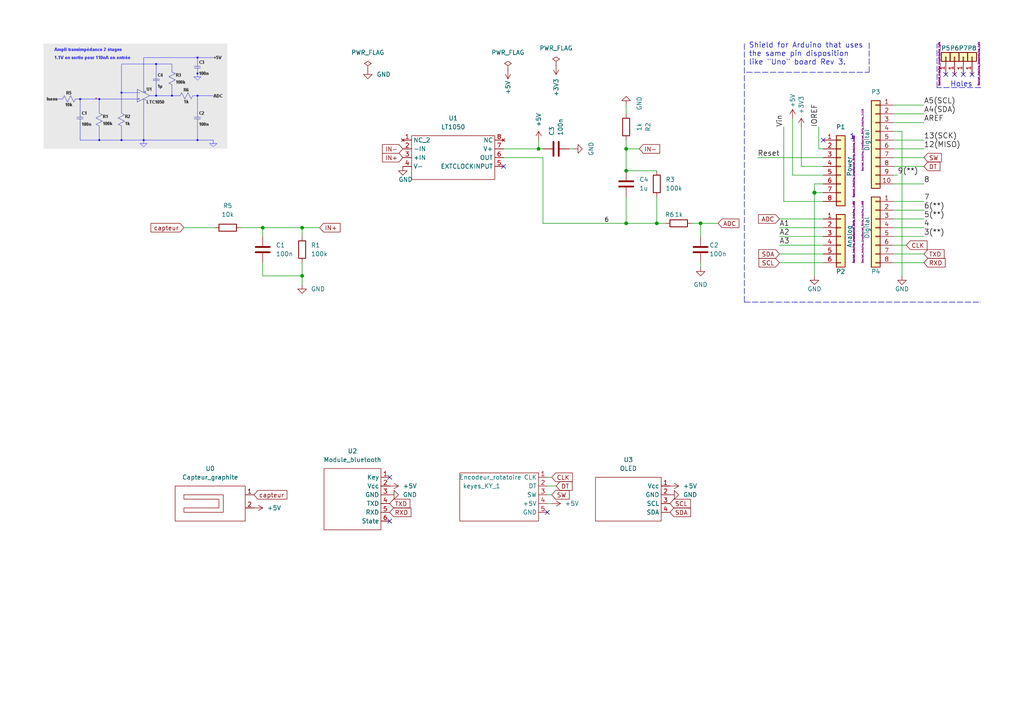
<source format=kicad_sch>
(kicad_sch (version 20211123) (generator eeschema)
  (paper "A4")
  (title_block (date "lun. 30 mars 2015"))
  (lib_symbols
    (symbol "Capteur_graphite_1"
      (property "Reference" "U" (at -1.27 2.54 0))
      (property "Value" "Capteur_graphite_1" (at -1.27 5.08 0))
      (symbol "Capteur_graphite_1_0_1"
        (polyline (pts (xy -10.16 -1.27) (xy -1.27 -1.27)))
        (polyline (pts (xy -12.7 1.27) (xy 7.62 1.27) (xy 7.62 -8.89) (xy -12.7 -8.89) (xy -12.7 1.27)))
        (polyline (pts (xy -1.27 -1.27) (xy 1.27 -1.27) (xy 1.27 -6.35) (xy -10.16 -6.35) (xy -10.16 -5.08) (xy 0 -5.08) (xy 0 -2.54) (xy -10.16 -2.54) (xy -10.16 -1.27)))
      )
      (symbol "Capteur_graphite_1_1_1"
        (pin input line (at 10.16 -1.27 180) (length 2.54) (name "") (number "1"))
        (pin power_in line (at 10.16 -5.08 180) (length 2.54) (name "") (number "2"))
      )
    )
    (symbol "Connector_Generic:Conn_01x01" (pin_names (offset 1.016) hide)
      (property "Reference" "J" (at 0 2.54 0))
      (property "Value" "Conn_01x01" (at 0 -2.54 0))
      (symbol "Conn_01x01_1_1"
        (rectangle (start -1.27 0.127) (end 0 -0.127) (stroke (width 0.1524)))
        (rectangle (start -1.27 1.27) (end 1.27 -1.27) (stroke (width 0.254)) (fill (type background)))
        (pin passive line (at -5.08 0 0) (length 3.81) (name "Pin_1") (number "1"))
      )
    )
    (symbol "Connector_Generic:Conn_01x06" (pin_names (offset 1.016) hide)
      (property "Reference" "J" (at 0 7.62 0))
      (property "Value" "Conn_01x06" (at 0 -10.16 0))
      (symbol "Conn_01x06_1_1"
        (rectangle (start -1.27 -7.493) (end 0 -7.747) (stroke (width 0.1524)))
        (rectangle (start -1.27 -4.953) (end 0 -5.207) (stroke (width 0.1524)))
        (rectangle (start -1.27 -2.413) (end 0 -2.667) (stroke (width 0.1524)))
        (rectangle (start -1.27 0.127) (end 0 -0.127) (stroke (width 0.1524)))
        (rectangle (start -1.27 2.667) (end 0 2.413) (stroke (width 0.1524)))
        (rectangle (start -1.27 5.207) (end 0 4.953) (stroke (width 0.1524)))
        (rectangle (start -1.27 6.35) (end 1.27 -8.89) (stroke (width 0.254)) (fill (type background)))
        (pin passive line (at -5.08 5.08 0) (length 3.81) (name "Pin_1") (number "1"))
        (pin passive line (at -5.08 2.54 0) (length 3.81) (name "Pin_2") (number "2"))
        (pin passive line (at -5.08 0 0) (length 3.81) (name "Pin_3") (number "3"))
        (pin passive line (at -5.08 -2.54 0) (length 3.81) (name "Pin_4") (number "4"))
        (pin passive line (at -5.08 -5.08 0) (length 3.81) (name "Pin_5") (number "5"))
        (pin passive line (at -5.08 -7.62 0) (length 3.81) (name "Pin_6") (number "6"))
      )
    )
    (symbol "Connector_Generic:Conn_01x08" (pin_names (offset 1.016) hide)
      (property "Reference" "J" (at 0 10.16 0))
      (property "Value" "Conn_01x08" (at 0 -12.7 0))
      (symbol "Conn_01x08_1_1"
        (rectangle (start -1.27 -10.033) (end 0 -10.287) (stroke (width 0.1524)))
        (rectangle (start -1.27 -7.493) (end 0 -7.747) (stroke (width 0.1524)))
        (rectangle (start -1.27 -4.953) (end 0 -5.207) (stroke (width 0.1524)))
        (rectangle (start -1.27 -2.413) (end 0 -2.667) (stroke (width 0.1524)))
        (rectangle (start -1.27 0.127) (end 0 -0.127) (stroke (width 0.1524)))
        (rectangle (start -1.27 2.667) (end 0 2.413) (stroke (width 0.1524)))
        (rectangle (start -1.27 5.207) (end 0 4.953) (stroke (width 0.1524)))
        (rectangle (start -1.27 7.747) (end 0 7.493) (stroke (width 0.1524)))
        (rectangle (start -1.27 8.89) (end 1.27 -11.43) (stroke (width 0.254)) (fill (type background)))
        (pin passive line (at -5.08 7.62 0) (length 3.81) (name "Pin_1") (number "1"))
        (pin passive line (at -5.08 5.08 0) (length 3.81) (name "Pin_2") (number "2"))
        (pin passive line (at -5.08 2.54 0) (length 3.81) (name "Pin_3") (number "3"))
        (pin passive line (at -5.08 0 0) (length 3.81) (name "Pin_4") (number "4"))
        (pin passive line (at -5.08 -2.54 0) (length 3.81) (name "Pin_5") (number "5"))
        (pin passive line (at -5.08 -5.08 0) (length 3.81) (name "Pin_6") (number "6"))
        (pin passive line (at -5.08 -7.62 0) (length 3.81) (name "Pin_7") (number "7"))
        (pin passive line (at -5.08 -10.16 0) (length 3.81) (name "Pin_8") (number "8"))
      )
    )
    (symbol "Connector_Generic:Conn_01x10" (pin_names (offset 1.016) hide)
      (property "Reference" "J" (at 0 12.7 0))
      (property "Value" "Conn_01x10" (at 0 -15.24 0))
      (symbol "Conn_01x10_1_1"
        (rectangle (start -1.27 -12.573) (end 0 -12.827) (stroke (width 0.1524)))
        (rectangle (start -1.27 -10.033) (end 0 -10.287) (stroke (width 0.1524)))
        (rectangle (start -1.27 -7.493) (end 0 -7.747) (stroke (width 0.1524)))
        (rectangle (start -1.27 -4.953) (end 0 -5.207) (stroke (width 0.1524)))
        (rectangle (start -1.27 -2.413) (end 0 -2.667) (stroke (width 0.1524)))
        (rectangle (start -1.27 0.127) (end 0 -0.127) (stroke (width 0.1524)))
        (rectangle (start -1.27 2.667) (end 0 2.413) (stroke (width 0.1524)))
        (rectangle (start -1.27 5.207) (end 0 4.953) (stroke (width 0.1524)))
        (rectangle (start -1.27 7.747) (end 0 7.493) (stroke (width 0.1524)))
        (rectangle (start -1.27 10.287) (end 0 10.033) (stroke (width 0.1524)))
        (rectangle (start -1.27 11.43) (end 1.27 -13.97) (stroke (width 0.254)) (fill (type background)))
        (pin passive line (at -5.08 10.16 0) (length 3.81) (name "Pin_1") (number "1"))
        (pin passive line (at -5.08 -12.7 0) (length 3.81) (name "Pin_10") (number "10"))
        (pin passive line (at -5.08 7.62 0) (length 3.81) (name "Pin_2") (number "2"))
        (pin passive line (at -5.08 5.08 0) (length 3.81) (name "Pin_3") (number "3"))
        (pin passive line (at -5.08 2.54 0) (length 3.81) (name "Pin_4") (number "4"))
        (pin passive line (at -5.08 0 0) (length 3.81) (name "Pin_5") (number "5"))
        (pin passive line (at -5.08 -2.54 0) (length 3.81) (name "Pin_6") (number "6"))
        (pin passive line (at -5.08 -5.08 0) (length 3.81) (name "Pin_7") (number "7"))
        (pin passive line (at -5.08 -7.62 0) (length 3.81) (name "Pin_8") (number "8"))
        (pin passive line (at -5.08 -10.16 0) (length 3.81) (name "Pin_9") (number "9"))
      )
    )
    (symbol "Device:C" (pin_numbers hide) (pin_names (offset 0.254))
      (property "Reference" "C" (at 0.635 2.54 0))
      (property "Value" "C" (at 0.635 -2.54 0))
      (symbol "C_0_1"
        (polyline (pts (xy -2.032 -0.762) (xy 2.032 -0.762)) (stroke (width 0.508)))
        (polyline (pts (xy -2.032 0.762) (xy 2.032 0.762)) (stroke (width 0.508)))
      )
      (symbol "C_1_1"
        (pin passive line (at 0 3.81 270) (length 2.794) (name "~") (number "1"))
        (pin passive line (at 0 -3.81 90) (length 2.794) (name "~") (number "2"))
      )
    )
    (symbol "Device:R" (pin_numbers hide) (pin_names (offset 0))
      (property "Reference" "R" (at 2.032 0 90))
      (property "Value" "R" (at 0 0 90))
      (symbol "R_0_1"
        (rectangle (start -1.016 -2.54) (end 1.016 2.54) (stroke (width 0.254)))
      )
      (symbol "R_1_1"
        (pin passive line (at 0 3.81 270) (length 1.27) (name "~") (number "1"))
        (pin passive line (at 0 -3.81 90) (length 1.27) (name "~") (number "2"))
      )
    )
    (symbol "Module_bluetooth_1"
      (property "Reference" "U" (at 0 6.35 0))
      (property "Value" "Module_bluetooth_1" (at 0 3.81 0))
      (symbol "Module_bluetooth_1_0_1"
        (polyline (pts (xy -8.89 2.54) (xy 7.62 2.54) (xy 7.62 -15.24) (xy -8.89 -15.24) (xy -8.89 2.54)))
      )
      (symbol "Module_bluetooth_1_1_1"
        (pin passive line (at 10.16 0 180) (length 2.54) (name "Key") (number "1"))
        (pin power_in line (at 10.16 -2.54 180) (length 2.54) (name "Vcc") (number "2"))
        (pin power_in line (at 10.16 -5.08 180) (length 2.54) (name "GND") (number "3"))
        (pin passive line (at 10.16 -7.62 180) (length 2.54) (name "TXD") (number "4"))
        (pin passive line (at 10.16 -10.16 180) (length 2.54) (name "RXD") (number "5"))
        (pin passive line (at 10.16 -12.7 180) (length 2.54) (name "State") (number "6"))
      )
    )
    (symbol "OLED_1"
      (property "Reference" "U" (at -2.54 3.81 0))
      (property "Value" "OLED_1" (at -2.54 6.35 0))
      (symbol "OLED_1_0_1"
        (polyline (pts (xy -12.7 2.54) (xy 6.35 2.54) (xy 6.35 -10.16) (xy -12.7 -10.16) (xy -12.7 2.54)))
      )
      (symbol "OLED_1_1_1"
        (pin power_in line (at 8.89 0 180) (length 2.54) (name "Vcc") (number "1"))
        (pin input line (at 8.89 -2.54 180) (length 2.54) (name "GND") (number "2"))
        (pin passive line (at 8.89 -5.08 180) (length 2.54) (name "SCL") (number "3"))
        (pin passive line (at 8.89 -7.62 180) (length 2.54) (name "SDA") (number "4"))
      )
    )
    (symbol "librairie_composant:Encodeur_rotatoire"
      (property "Reference" "keyes_KY_040" (at -13.97 -3.81 0))
      (property "Value" "Encodeur_rotatoire" (at -12.7 -1.27 0))
      (symbol "Encodeur_rotatoire_0_1"
        (polyline (pts (xy -15.24 1.27) (xy 1.27 1.27)))
        (polyline (pts (xy 1.27 1.27) (xy 1.27 -12.7) (xy -21.59 -12.7) (xy -21.59 1.27) (xy -15.24 1.27)))
      )
      (symbol "Encodeur_rotatoire_1_1"
        (pin passive line (at 3.81 0 180) (length 2.54) (name "CLK") (number "1"))
        (pin passive line (at 3.81 -2.54 180) (length 2.54) (name "DT") (number "2"))
        (pin passive line (at 3.81 -5.08 180) (length 2.54) (name "SW") (number "3"))
        (pin power_in line (at 3.81 -7.62 180) (length 2.54) (name "+5V") (number "4"))
        (pin power_in line (at 3.81 -10.16 180) (length 2.54) (name "GND") (number "5"))
      )
    )
    (symbol "librairie_composant:LT1050"
      (property "Reference" "U" (at 0 3.81 0))
      (property "Value" "LT1050" (at 0 5.08 0))
      (symbol "LT1050_0_1"
        (polyline (pts (xy -15.24 1.27) (xy 8.89 1.27) (xy 8.89 -11.43) (xy -15.24 -11.43) (xy -15.24 1.27)))
      )
      (symbol "LT1050_1_1"
        (pin no_connect line (at -17.78 0 0) (length 2.54) (name "NC_2") (number "1"))
        (pin input line (at -17.78 -2.54 0) (length 2.54) (name "-IN") (number "2"))
        (pin input line (at -17.78 -5.08 0) (length 2.54) (name "+IN") (number "3"))
        (pin power_in line (at -17.78 -7.62 0) (length 2.54) (name "V-") (number "4"))
        (pin input line (at 11.43 -7.62 180) (length 2.54) (name "EXTCLOCKINPUT") (number "5"))
        (pin output line (at 11.43 -5.08 180) (length 2.54) (name "OUT") (number "6"))
        (pin power_in line (at 11.43 -2.54 180) (length 2.54) (name "V+") (number "7"))
        (pin no_connect line (at 11.43 0 180) (length 2.54) (name "NC") (number "8"))
      )
    )
    (symbol "power:+3.3V" (power) (pin_names (offset 0))
      (property "Value" "+3.3V" (at 0 3.556 0))
      (symbol "+3.3V_0_1"
        (polyline (pts (xy -0.762 1.27) (xy 0 2.54)))
        (polyline (pts (xy 0 0) (xy 0 2.54)))
        (polyline (pts (xy 0 2.54) (xy 0.762 1.27)))
      )
      (symbol "+3.3V_1_1"
        (pin power_in line (at 0 0 90) (length 0) hide (name "+3V3") (number "1"))
      )
    )
    (symbol "power:+5V" (power) (pin_names (offset 0))
      (property "Value" "+5V" (at 0 3.556 0))
      (symbol "+5V_0_1"
        (polyline (pts (xy -0.762 1.27) (xy 0 2.54)))
        (polyline (pts (xy 0 0) (xy 0 2.54)))
        (polyline (pts (xy 0 2.54) (xy 0.762 1.27)))
      )
      (symbol "+5V_1_1"
        (pin power_in line (at 0 0 90) (length 0) hide (name "+5V") (number "1"))
      )
    )
    (symbol "power:GND" (power) (pin_names (offset 0))
      (property "Value" "GND" (at 0 -3.81 0))
      (symbol "GND_0_1"
        (polyline (pts (xy 0 0) (xy 0 -1.27) (xy 1.27 -1.27) (xy 0 -2.54) (xy -1.27 -1.27) (xy 0 -1.27)))
      )
      (symbol "GND_1_1"
        (pin power_in line (at 0 0 270) (length 0) hide (name "GND") (number "1"))
      )
    )
    (symbol "power:PWR_FLAG" (power) (pin_numbers hide) (pin_names (offset 0) hide)
      (property "Value" "PWR_FLAG" (at 0 3.81 0))
      (symbol "PWR_FLAG_0_0"
        (pin power_out line (at 0 0 90) (length 0) (name "pwr") (number "1"))
      )
      (symbol "PWR_FLAG_0_1"
        (polyline (pts (xy 0 0) (xy 0 1.27) (xy -1.016 1.905) (xy 0 2.54) (xy 1.016 1.905) (xy 0 1.27)))
      )
    )
  )
  (junction (at 181.61 64.77))
  (junction (at 181.61 49.53))
  (junction (at 87.63 80.01))
  (junction (at 87.63 66.04))
  (junction (at 181.61 43.18))
  (junction (at 156.21 43.18))
  (junction (at 236.22 55.88) (diameter 1.016))
  (junction (at 190.5 64.77))
  (junction (at 76.2 66.04))
  (junction (at 203.2 64.77))
  (no_connect (at 279.4 21.59))
  (no_connect (at 274.32 21.59))
  (no_connect (at 146.05 48.26))
  (no_connect (at 113.03 151.13))
  (no_connect (at 276.86 21.59))
  (no_connect (at 158.75 148.59))
  (no_connect (at 281.94 21.59))
  (no_connect (at 238.76 40.64))
  (no_connect (at 113.03 138.43))
  (wire (pts (xy 238.76 48.26) (xy 232.41 48.26)))
  (wire (pts (xy 238.76 71.12) (xy 226.06 71.12)))
  (wire (pts (xy 181.61 57.15) (xy 181.61 64.77)))
  (polyline (pts (xy 252.095 20.955) (xy 252.095 12.065)) (stroke (width 0) (type dash)))
  (wire (pts (xy 76.2 76.2) (xy 76.2 80.01)))
  (wire (pts (xy 259.08 63.5) (xy 267.97 63.5)))
  (wire (pts (xy 203.2 76.2) (xy 203.2 77.47)))
  (wire (pts (xy 259.08 50.8) (xy 260.35 50.8)))
  (wire (pts (xy 236.22 53.34) (xy 236.22 55.88)))
  (wire (pts (xy 156.21 43.18) (xy 157.48 43.18)))
  (wire (pts (xy 259.08 43.18) (xy 267.97 43.18)))
  (wire (pts (xy 261.62 38.1) (xy 261.62 80.01)))
  (wire (pts (xy 238.76 53.34) (xy 236.22 53.34)))
  (wire (pts (xy 200.66 64.77) (xy 203.2 64.77)))
  (wire (pts (xy 259.08 53.34) (xy 267.97 53.34)))
  (wire (pts (xy 146.05 43.18) (xy 156.21 43.18)))
  (wire (pts (xy 237.49 43.18) (xy 238.76 43.18)))
  (wire (pts (xy 190.5 57.15) (xy 190.5 64.77)))
  (wire (pts (xy 238.76 50.8) (xy 229.87 50.8)))
  (wire (pts (xy 87.63 66.04) (xy 92.71 66.04)))
  (wire (pts (xy 161.29 140.97) (xy 158.75 140.97)))
  (wire (pts (xy 203.2 64.77) (xy 208.28 64.77)))
  (wire (pts (xy 259.08 40.64) (xy 267.97 40.64)))
  (wire (pts (xy 165.1 43.18) (xy 166.37 43.18)))
  (wire (pts (xy 259.08 58.42) (xy 267.97 58.42)))
  (wire (pts (xy 238.76 66.04) (xy 226.06 66.04)))
  (wire (pts (xy 185.42 43.18) (xy 181.61 43.18)))
  (wire (pts (xy 203.2 64.77) (xy 203.2 68.58)))
  (wire (pts (xy 259.08 30.48) (xy 267.97 30.48)))
  (wire (pts (xy 160.02 143.51) (xy 158.75 143.51)))
  (wire (pts (xy 259.08 71.12) (xy 262.89 71.12)))
  (wire (pts (xy 146.05 45.72) (xy 157.48 45.72)))
  (wire (pts (xy 190.5 64.77) (xy 181.61 64.77)))
  (wire (pts (xy 190.5 64.77) (xy 193.04 64.77)))
  (wire (pts (xy 238.76 58.42) (xy 227.33 58.42)))
  (wire (pts (xy 160.02 146.05) (xy 158.75 146.05)))
  (wire (pts (xy 181.61 40.64) (xy 181.61 43.18)))
  (wire (pts (xy 238.76 63.5) (xy 226.06 63.5)))
  (wire (pts (xy 181.61 49.53) (xy 190.5 49.53)))
  (wire (pts (xy 157.48 64.77) (xy 181.61 64.77)))
  (wire (pts (xy 87.63 80.01) (xy 87.63 82.55)))
  (wire (pts (xy 259.08 45.72) (xy 267.97 45.72)))
  (wire (pts (xy 238.76 73.66) (xy 226.06 73.66)))
  (polyline (pts (xy 284.48 25.4) (xy 271.78 25.4)) (stroke (width 0) (type dash)))
  (wire (pts (xy 181.61 30.48) (xy 181.61 33.02)))
  (wire (pts (xy 238.76 45.72) (xy 219.71 45.72)))
  (wire (pts (xy 259.08 38.1) (xy 261.62 38.1)))
  (wire (pts (xy 238.76 55.88) (xy 236.22 55.88)))
  (wire (pts (xy 69.85 66.04) (xy 76.2 66.04)))
  (wire (pts (xy 236.22 55.88) (xy 236.22 80.01)))
  (wire (pts (xy 227.33 58.42) (xy 227.33 36.83)))
  (polyline (pts (xy 215.9 87.63) (xy 284.48 87.63)) (stroke (width 0) (type dash)))
  (wire (pts (xy 259.08 68.58) (xy 267.97 68.58)))
  (wire (pts (xy 238.76 76.2) (xy 226.06 76.2)))
  (wire (pts (xy 156.21 43.18) (xy 156.21 40.64)))
  (wire (pts (xy 259.08 73.66) (xy 267.97 73.66)))
  (polyline (pts (xy 271.78 25.4) (xy 271.78 12.7)) (stroke (width 0) (type dash)))
  (wire (pts (xy 259.08 60.96) (xy 267.97 60.96)))
  (wire (pts (xy 87.63 76.2) (xy 87.63 80.01)))
  (wire (pts (xy 229.87 50.8) (xy 229.87 34.29)))
  (wire (pts (xy 76.2 66.04) (xy 76.2 68.58)))
  (wire (pts (xy 181.61 43.18) (xy 181.61 49.53)))
  (wire (pts (xy 76.2 80.01) (xy 87.63 80.01)))
  (wire (pts (xy 259.08 33.02) (xy 267.97 33.02)))
  (wire (pts (xy 259.08 66.04) (xy 267.97 66.04)))
  (wire (pts (xy 259.08 35.56) (xy 267.97 35.56)))
  (polyline (pts (xy 215.9 12.7) (xy 215.9 87.63)) (stroke (width 0) (type dash)))
  (wire (pts (xy 232.41 48.26) (xy 232.41 36.83)))
  (wire (pts (xy 53.34 66.04) (xy 62.23 66.04)))
  (wire (pts (xy 237.49 36.83) (xy 237.49 43.18)))
  (wire (pts (xy 259.08 76.2) (xy 267.97 76.2)))
  (wire (pts (xy 157.48 45.72) (xy 157.48 64.77)))
  (wire (pts (xy 259.08 48.26) (xy 267.97 48.26)))
  (wire (pts (xy 76.2 66.04) (xy 87.63 66.04)))
  (wire (pts (xy 160.02 138.43) (xy 158.75 138.43)))
  (wire (pts (xy 238.76 68.58) (xy 226.06 68.58)))
  (wire (pts (xy 87.63 68.58) (xy 87.63 66.04)))
  (polyline (pts (xy 216.535 20.955) (xy 252.095 20.955)) (stroke (width 0) (type dash)))
  (image (at 39.37 27.94) (scale 0.981367))
  (text "Holes" (at 275.59 25.4 0) (effects (font (size 1.524 1.524)) (justify left bottom)))
  (text "Shield for Arduino that uses\nthe same pin disposition\nlike \"Uno\" board Rev 3." (at 217.17 19.05 0) (effects (font (size 1.524 1.524)) (justify left bottom)))
  (text "1" (at 246.38 40.64 0) (effects (font (size 1.524 1.524)) (justify left bottom)))
  (label "Vin" (at 227.33 36.83 90) (effects (font (size 1.524 1.524))))
  (label "6" (at 175.26 64.77 0))
  (label "4" (at 267.97 66.04 0) (effects (font (size 1.524 1.524))))
  (label "5(**)" (at 267.97 63.5 0) (effects (font (size 1.524 1.524))))
  (label "A2" (at 226.06 68.58 0) (effects (font (size 1.524 1.524))))
  (label "A1" (at 226.06 66.04 0) (effects (font (size 1.524 1.524))))
  (label "13(SCK)" (at 267.97 40.64 0) (effects (font (size 1.524 1.524))))
  (label "7" (at 267.97 58.42 0) (effects (font (size 1.524 1.524))))
  (label "A4(SDA)" (at 267.97 33.02 0) (effects (font (size 1.524 1.524))))
  (label "A3" (at 226.06 71.12 0) (effects (font (size 1.524 1.524))))
  (label "Reset" (at 219.71 45.72 0) (effects (font (size 1.524 1.524))))
  (label "12(MISO)" (at 267.97 43.18 0) (effects (font (size 1.524 1.524))))
  (label "3(**)" (at 267.97 68.58 0) (effects (font (size 1.524 1.524))))
  (label "9(**)" (at 260.35 50.8 0) (effects (font (size 1.524 1.524))))
  (label "8" (at 267.97 53.34 0) (effects (font (size 1.524 1.524))))
  (label "A5(SCL)" (at 267.97 30.48 0) (effects (font (size 1.524 1.524))))
  (label "IOREF" (at 237.49 36.83 90) (effects (font (size 1.524 1.524))))
  (label "AREF" (at 267.97 35.56 0) (effects (font (size 1.524 1.524))))
  (label "6(**)" (at 267.97 60.96 0) (effects (font (size 1.524 1.524))))
  (global_label "CLK" (shape input) (at 160.02 138.43 0) (property "Intersheet References" "${INTERSHEET_REFS}" (effects hide)))
  (global_label "capteur" (shape input) (at 53.34 66.04 180) (property "Intersheet References" "${INTERSHEET_REFS}" (effects hide)))
  (global_label "IN+" (shape input) (at 116.84 45.72 180) (property "Intersheet References" "${INTERSHEET_REFS}" (effects hide)))
  (global_label "ADC" (shape input) (at 208.28 64.77 0) (property "Intersheet References" "${INTERSHEET_REFS}" (effects hide)))
  (global_label "DT" (shape input) (at 161.29 140.97 0) (property "Intersheet References" "${INTERSHEET_REFS}" (effects hide)))
  (global_label "SCL" (shape input) (at 194.31 146.05 0) (property "Intersheet References" "${INTERSHEET_REFS}" (effects hide)))
  (global_label "SDA" (shape input) (at 226.06 73.66 180) (property "Intersheet References" "${INTERSHEET_REFS}" (effects hide)))
  (global_label "IN-" (shape input) (at 185.42 43.18 0) (property "Intersheet References" "${INTERSHEET_REFS}" (effects hide)))
  (global_label "DT" (shape input) (at 267.97 48.26 0) (property "Intersheet References" "${INTERSHEET_REFS}" (effects hide)))
  (global_label "RXD" (shape input) (at 113.03 148.59 0) (property "Intersheet References" "${INTERSHEET_REFS}" (effects hide)))
  (global_label "SDA" (shape input) (at 194.31 148.59 0) (property "Intersheet References" "${INTERSHEET_REFS}" (effects hide)))
  (global_label "SW" (shape input) (at 160.02 143.51 0) (property "Intersheet References" "${INTERSHEET_REFS}" (effects hide)))
  (global_label "SCL" (shape input) (at 226.06 76.2 180) (property "Intersheet References" "${INTERSHEET_REFS}" (effects hide)))
  (global_label "RXD" (shape input) (at 267.97 76.2 0) (property "Intersheet References" "${INTERSHEET_REFS}" (effects hide)))
  (global_label "IN+" (shape input) (at 92.71 66.04 0) (property "Intersheet References" "${INTERSHEET_REFS}" (effects hide)))
  (global_label "IN-" (shape input) (at 116.84 43.18 180) (property "Intersheet References" "${INTERSHEET_REFS}" (effects hide)))
  (global_label "capteur" (shape input) (at 73.66 143.51 0) (property "Intersheet References" "${INTERSHEET_REFS}" (effects hide)))
  (global_label "TXD" (shape input) (at 267.97 73.66 0) (property "Intersheet References" "${INTERSHEET_REFS}" (effects hide)))
  (global_label "SW" (shape input) (at 267.97 45.72 0) (property "Intersheet References" "${INTERSHEET_REFS}" (effects hide)))
  (global_label "TXD" (shape input) (at 113.03 146.05 0) (property "Intersheet References" "${INTERSHEET_REFS}" (effects hide)))
  (global_label "ADC" (shape input) (at 226.06 63.5 180) (property "Intersheet References" "${INTERSHEET_REFS}" (effects hide)))
  (global_label "CLK" (shape input) (at 262.89 71.12 0) (property "Intersheet References" "${INTERSHEET_REFS}" (effects hide)))
  (symbol (lib_id "Connector_Generic:Conn_01x08") (at 243.84 48.26 0) (unit 1)
    (property "Reference" "P1" (at 243.84 36.83 0))
    (property "Value" "Power" (at 246.38 48.26 90))
    (property "Footprint" "Socket_Arduino_Uno:Socket_Strip_Arduino_1x08" (at 247.65 48.26 90) (effects (font (size 0.508 0.508))))
  )
  (symbol (lib_id "power:+3.3V") (at 232.41 36.83 0) (unit 1)
    (property "Reference" "#PWR01" (effects hide))
    (property "Value" "+3.3V" (at 232.41 30.48 90))
  )
  (symbol (lib_id "power:+5V") (at 229.87 34.29 0) (unit 1)
    (property "Reference" "#PWR02" (effects hide))
    (property "Value" "+5V" (at 229.87 29.21 90))
  )
  (symbol (lib_id "power:GND") (at 236.22 80.01 0) (unit 1)
    (property "Reference" "#PWR03" (effects hide))
    (property "Value" "GND" (at 236.22 83.82 0))
  )
  (symbol (lib_id "power:GND") (at 261.62 80.01 0) (unit 1)
    (property "Reference" "#PWR04" (effects hide))
    (property "Value" "GND" (at 261.62 83.82 0))
  )
  (symbol (lib_id "Connector_Generic:Conn_01x06") (at 243.84 68.58 0) (unit 1)
    (property "Reference" "P2" (at 243.84 78.74 0))
    (property "Value" "Analog" (at 246.38 68.58 90))
    (property "Footprint" "Socket_Arduino_Uno:Socket_Strip_Arduino_1x06" (at 247.65 67.31 90) (effects (font (size 0.508 0.508))))
  )
  (symbol (lib_id "Connector_Generic:Conn_01x01") (at 274.32 16.51 90) (unit 1)
    (property "Reference" "P5" (at 274.32 13.97 90))
    (property "Value" "CONN_01X01" (effects hide))
    (property "Footprint" "Socket_Arduino_Uno:Arduino_1pin" (at 272.4404 18.5166 0) (effects (font (size 0.508 0.508))))
  )
  (symbol (lib_id "Connector_Generic:Conn_01x01") (at 276.86 16.51 90) (unit 1)
    (property "Reference" "P6" (at 276.86 13.97 90))
    (property "Value" "CONN_01X01" (effects hide))
    (property "Footprint" "Socket_Arduino_Uno:Arduino_1pin" (effects hide))
  )
  (symbol (lib_id "Connector_Generic:Conn_01x01") (at 279.4 16.51 90) (unit 1)
    (property "Reference" "P7" (at 279.4 13.97 90))
    (property "Value" "CONN_01X01" (effects hide))
    (property "Footprint" "Socket_Arduino_Uno:Arduino_1pin" (effects hide))
  )
  (symbol (lib_id "Connector_Generic:Conn_01x01") (at 281.94 16.51 90) (unit 1)
    (property "Reference" "P8" (at 281.94 13.97 90))
    (property "Value" "CONN_01X01" (effects hide))
    (property "Footprint" "Socket_Arduino_Uno:Arduino_1pin" (at 283.9212 18.4404 0) (effects (font (size 0.508 0.508))))
  )
  (symbol (lib_id "Connector_Generic:Conn_01x08") (at 254 66.04 0) (mirror y) (unit 1)
    (property "Reference" "P4" (at 254 78.74 0))
    (property "Value" "Digital" (at 251.46 66.04 90))
    (property "Footprint" "Socket_Arduino_Uno:Socket_Strip_Arduino_1x08" (at 250.19 67.31 90) (effects (font (size 0.508 0.508))))
  )
  (symbol (lib_id "Connector_Generic:Conn_01x10") (at 254 40.64 0) (mirror y) (unit 1)
    (property "Reference" "P3" (at 254 26.67 0))
    (property "Value" "Digital" (at 251.46 40.64 90))
    (property "Footprint" "Socket_Arduino_Uno:Socket_Strip_Arduino_1x10" (at 250.19 40.64 90) (effects (font (size 0.508 0.508))))
  )
  (symbol (lib_id "librairie_composant:LT1050") (at 134.62 40.64 0) (unit 1)
    (property "Reference" "U1" (at 131.445 34.29 0))
    (property "Value" "LT1050" (at 131.445 36.83 0))
    (property "Footprint" "Librarie_composant:DIP-8_296_ELL" (effects hide))
  )
  (symbol (lib_id "power:GND") (at 203.2 77.47 0) (unit 1)
    (property "Reference" "#PWR0101" (effects hide))
    (property "Value" "GND" (at 203.2 82.55 0))
  )
  (symbol (lib_id "Device:R") (at 190.5 53.34 0) (unit 1)
    (property "Reference" "R3" (at 193.04 52.0699 0) (effects (justify left)))
    (property "Value" "100k" (at 193.04 54.6099 0) (effects (justify left)))
    (property "Footprint" "Resistor_THT:R_Axial_DIN0207_L6.3mm_D2.5mm_P10.16mm_Horizontal" (effects hide))
  )
  (symbol (lib_id "power:PWR_FLAG") (at 106.68 20.32 0) (unit 1)
    (property "Reference" "#FLG0101" (effects hide))
    (property "Value" "PWR_FLAG" (at 106.68 15.24 0))
  )
  (symbol (lib_id "power:+5V") (at 194.31 140.97 270) (unit 1)
    (property "Reference" "#PWR0113" (effects hide))
    (property "Value" "+5V" (at 198.12 140.9699 90) (effects (justify left)))
  )
  (symbol (lib_id "power:GND") (at 113.03 143.51 90) (unit 1)
    (property "Reference" "#PWR0110" (effects hide))
    (property "Value" "GND" (at 116.84 143.5099 90) (effects (justify right)))
  )
  (symbol (lib_id "power:GND") (at 181.61 30.48 180) (unit 1)
    (property "Reference" "#PWR0103" (effects hide))
    (property "Value" "GND" (at 185.42 27.94 90) (effects (justify left)))
  )
  (symbol (lib_id "power:+3.3V") (at 161.29 19.05 180) (unit 1)
    (property "Reference" "#PWR0105" (effects hide))
    (property "Value" "+3.3V" (at 161.29 25.4 90))
  )
  (symbol (lib_id "Device:R") (at 87.63 72.39 0) (unit 1)
    (property "Reference" "R1" (at 90.17 71.1199 0) (effects (justify left)))
    (property "Value" "100k" (at 90.17 73.6599 0) (effects (justify left)))
    (property "Footprint" "Resistor_THT:R_Axial_DIN0207_L6.3mm_D2.5mm_P10.16mm_Horizontal" (effects hide))
  )
  (symbol (lib_id "power:+5V") (at 156.21 40.64 0) (unit 1)
    (property "Reference" "#PWR0102" (effects hide))
    (property "Value" "+5V" (at 156.2099 36.83 90) (effects (justify left)))
  )
  (symbol (lib_name "Module_bluetooth_1") (lib_id "librairie_composant:Module_bluetooth") (at 102.87 138.43 0) (unit 1)
    (property "Reference" "U2" (at 102.235 130.81 0))
    (property "Value" "Module_bluetooth" (at 102.235 133.35 0))
    (property "Footprint" "Librarie_composant:Module bluetooth" (effects hide))
  )
  (symbol (lib_id "Device:R") (at 181.61 36.83 0) (unit 1)
    (property "Reference" "R2" (at 187.96 36.83 90))
    (property "Value" "1k" (at 185.42 36.83 90))
    (property "Footprint" "Resistor_THT:R_Axial_DIN0207_L6.3mm_D2.5mm_P10.16mm_Horizontal" (effects hide))
  )
  (symbol (lib_id "power:GND") (at 106.68 20.32 0) (unit 1)
    (property "Reference" "#PWR0115" (effects hide))
    (property "Value" "GND" (at 109.22 21.5899 0) (effects (justify left)))
  )
  (symbol (lib_name "OLED_1") (lib_id "librairie_composant:OLED") (at 185.42 140.97 0) (unit 1)
    (property "Reference" "U3" (at 182.245 133.35 0))
    (property "Value" "OLED" (at 182.245 135.89 0))
    (property "Footprint" "Librarie_composant:OLED" (effects hide))
  )
  (symbol (lib_id "power:+5V") (at 113.03 140.97 270) (unit 1)
    (property "Reference" "#PWR0109" (effects hide))
    (property "Value" "+5V" (at 116.84 140.9699 90) (effects (justify left)))
  )
  (symbol (lib_id "power:PWR_FLAG") (at 147.32 20.32 0) (unit 1)
    (property "Reference" "#FLG0103" (effects hide))
    (property "Value" "PWR_FLAG" (at 147.32 15.24 0))
  )
  (symbol (lib_id "power:GND") (at 166.37 43.18 90) (unit 1)
    (property "Reference" "#PWR0104" (effects hide))
    (property "Value" "GND" (at 171.45 43.18 0))
  )
  (symbol (lib_name "Capteur_graphite_1") (lib_id "librairie_composant:Capteur_graphite") (at 63.5 142.24 0) (unit 1)
    (property "Reference" "U0" (at 60.96 135.89 0))
    (property "Value" "Capteur_graphite" (at 60.96 138.43 0))
    (property "Footprint" "Librarie_composant:Capteur_graphite" (effects hide))
  )
  (symbol (lib_id "power:GND") (at 194.31 143.51 90) (unit 1)
    (property "Reference" "#PWR0114" (effects hide))
    (property "Value" "GND" (at 198.12 143.5099 90) (effects (justify right)))
  )
  (symbol (lib_id "power:+5V") (at 73.66 147.32 270) (unit 1)
    (property "Reference" "#PWR0112" (effects hide))
    (property "Value" "+5V" (at 77.47 147.3199 90) (effects (justify left)))
  )
  (symbol (lib_id "power:GND") (at 116.84 48.26 0) (unit 1)
    (property "Reference" "#PWR0108" (effects hide))
    (property "Value" "GND" (at 115.57 52.07 0) (effects (justify left)))
  )
  (symbol (lib_id "Device:C") (at 161.29 43.18 90) (unit 1)
    (property "Reference" "C3" (at 160.0199 39.37 0) (effects (justify left)))
    (property "Value" "100n" (at 162.5599 39.37 0) (effects (justify left)))
    (property "Footprint" "Capacitor_THT:C_Disc_D3.4mm_W2.1mm_P2.50mm" (effects hide))
  )
  (symbol (lib_id "power:+5V") (at 147.32 20.32 180) (unit 1)
    (property "Reference" "#PWR0107" (effects hide))
    (property "Value" "+5V" (at 147.32 25.4 90))
  )
  (symbol (lib_id "librairie_composant:Encodeur_rotatoire") (at 154.94 138.43 0) (unit 1)
    (property "Reference" "keyes_KY_1" (at 139.7 140.97 0))
    (property "Value" "Encodeur_rotatoire" (at 142.24 138.43 0))
    (property "Footprint" "Librarie_composant:Encodeur_rotatoire" (effects hide))
  )
  (symbol (lib_id "Device:C") (at 181.61 53.34 0) (unit 1)
    (property "Reference" "C4" (at 185.42 52.0699 0) (effects (justify left)))
    (property "Value" "1u" (at 185.42 54.6099 0) (effects (justify left)))
    (property "Footprint" "Capacitor_THT:C_Rect_L9.0mm_W5.1mm_P7.50mm_MKT" (effects hide))
  )
  (symbol (lib_id "power:GND") (at 87.63 82.55 0) (unit 1)
    (property "Reference" "#PWR0106" (effects hide))
    (property "Value" "GND" (at 90.17 83.8199 0) (effects (justify left)))
  )
  (symbol (lib_id "Device:R") (at 196.85 64.77 90) (unit 1)
    (property "Reference" "R6" (at 195.5799 62.23 90) (effects (justify left)))
    (property "Value" "1k" (at 198.1199 62.23 90) (effects (justify left)))
    (property "Footprint" "Resistor_THT:R_Axial_DIN0207_L6.3mm_D2.5mm_P10.16mm_Horizontal" (effects hide))
  )
  (symbol (lib_id "Device:R") (at 66.04 66.04 90) (unit 1)
    (property "Reference" "R5" (at 66.04 59.69 90))
    (property "Value" "10k" (at 66.04 62.23 90))
    (property "Footprint" "Resistor_THT:R_Axial_DIN0207_L6.3mm_D2.5mm_P10.16mm_Horizontal" (effects hide))
  )
  (symbol (lib_id "Device:C") (at 76.2 72.39 0) (unit 1)
    (property "Reference" "C1" (at 80.01 71.1199 0) (effects (justify left)))
    (property "Value" "100n" (at 80.01 73.6599 0) (effects (justify left)))
    (property "Footprint" "Capacitor_THT:C_Disc_D3.4mm_W2.1mm_P2.50mm" (effects hide))
  )
  (symbol (lib_id "power:PWR_FLAG") (at 161.29 19.05 0) (unit 1)
    (property "Reference" "#FLG0102" (effects hide))
    (property "Value" "PWR_FLAG" (at 161.29 13.97 0))
  )
  (symbol (lib_id "Device:C") (at 203.2 72.39 0) (unit 1)
    (property "Reference" "C2" (at 205.74 71.1199 0) (effects (justify left)))
    (property "Value" "100n" (at 205.74 73.6599 0) (effects (justify left)))
    (property "Footprint" "Capacitor_THT:C_Disc_D3.4mm_W2.1mm_P2.50mm" (effects hide))
  )
  (symbol (lib_id "power:+5V") (at 160.02 146.05 270) (unit 1)
    (property "Reference" "#PWR0111" (effects hide))
    (property "Value" "+5V" (at 163.83 146.0499 90) (effects (justify left)))
  )
)
</source>
